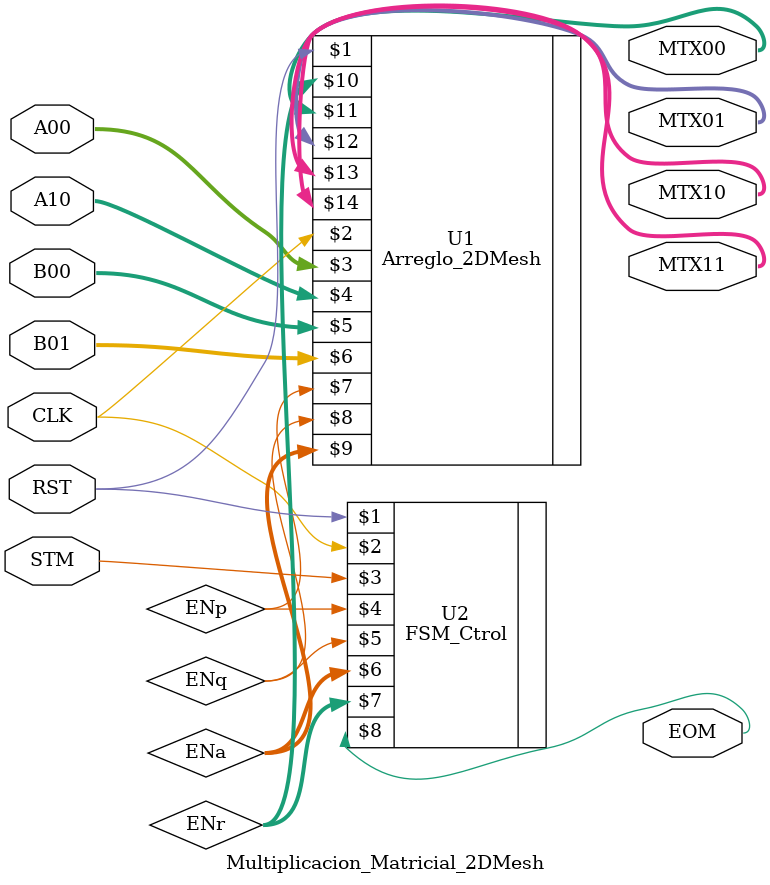
<source format=v>
module Multiplicacion_Matricial_2DMesh (
	input			RST,		//	Reset maestro
	input			CLK,		//	Reloj maestro 
	input			STM,		//	Iniciar multiplicacion
	input[3:0]		A00,A10,	//	Coef Matriz A
	input[3:0]		B00,B01,	//	Coef Matriz B
	output[7:0]		MTX00,MTX01,//	Salida
	output[7:0]		MTX10,MTX11,
	output			EOM			//	Fin de multiplicacion
	); 	
	
	wire		ENp,ENq;	//	Habilitaciones Rp 
	wire[3:0]	ENa;		//	Habilitaciones Ra
	wire[3:0]	ENr;		//	Habilitaciones Rr
	
	Arreglo_2DMesh	U1(RST,CLK,A00,A10,B00,B01,ENp,ENq,ENa,
					   ENr,MTX00,MTX01,MTX10,MTX11);
	FSM_Ctrol		U2(RST,CLK,STM,ENp,ENq,ENa,ENr,EOM);
	
endmodule

</source>
